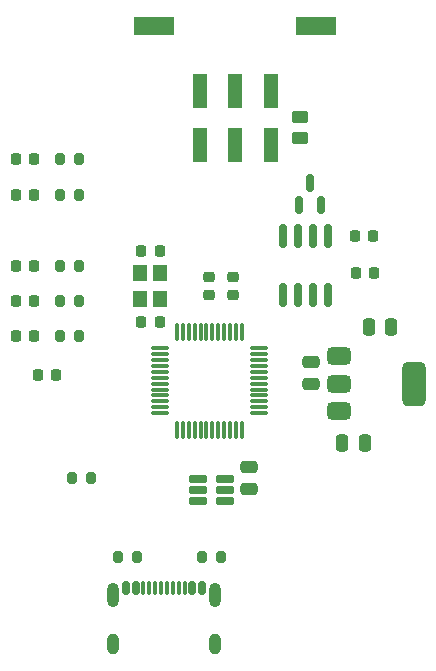
<source format=gbr>
%TF.GenerationSoftware,KiCad,Pcbnew,9.0.0*%
%TF.CreationDate,2025-03-02T18:09:01-08:00*%
%TF.ProjectId,CFS-Bus Adapter R1,4346532d-4275-4732-9041-646170746572,rev?*%
%TF.SameCoordinates,Original*%
%TF.FileFunction,Paste,Top*%
%TF.FilePolarity,Positive*%
%FSLAX46Y46*%
G04 Gerber Fmt 4.6, Leading zero omitted, Abs format (unit mm)*
G04 Created by KiCad (PCBNEW 9.0.0) date 2025-03-02 18:09:01*
%MOMM*%
%LPD*%
G01*
G04 APERTURE LIST*
G04 Aperture macros list*
%AMRoundRect*
0 Rectangle with rounded corners*
0 $1 Rounding radius*
0 $2 $3 $4 $5 $6 $7 $8 $9 X,Y pos of 4 corners*
0 Add a 4 corners polygon primitive as box body*
4,1,4,$2,$3,$4,$5,$6,$7,$8,$9,$2,$3,0*
0 Add four circle primitives for the rounded corners*
1,1,$1+$1,$2,$3*
1,1,$1+$1,$4,$5*
1,1,$1+$1,$6,$7*
1,1,$1+$1,$8,$9*
0 Add four rect primitives between the rounded corners*
20,1,$1+$1,$2,$3,$4,$5,0*
20,1,$1+$1,$4,$5,$6,$7,0*
20,1,$1+$1,$6,$7,$8,$9,0*
20,1,$1+$1,$8,$9,$2,$3,0*%
G04 Aperture macros list end*
%ADD10RoundRect,0.375000X-0.625000X-0.375000X0.625000X-0.375000X0.625000X0.375000X-0.625000X0.375000X0*%
%ADD11RoundRect,0.500000X-0.500000X-1.400000X0.500000X-1.400000X0.500000X1.400000X-0.500000X1.400000X0*%
%ADD12RoundRect,0.250000X0.475000X-0.250000X0.475000X0.250000X-0.475000X0.250000X-0.475000X-0.250000X0*%
%ADD13R,1.270000X2.920000*%
%ADD14R,3.430000X1.650000*%
%ADD15RoundRect,0.250000X0.450000X-0.262500X0.450000X0.262500X-0.450000X0.262500X-0.450000X-0.262500X0*%
%ADD16O,1.000000X1.800000*%
%ADD17O,1.000000X2.100000*%
%ADD18RoundRect,0.150000X-0.150000X-0.425000X0.150000X-0.425000X0.150000X0.425000X-0.150000X0.425000X0*%
%ADD19RoundRect,0.075000X-0.075000X-0.500000X0.075000X-0.500000X0.075000X0.500000X-0.075000X0.500000X0*%
%ADD20RoundRect,0.200000X-0.200000X-0.275000X0.200000X-0.275000X0.200000X0.275000X-0.200000X0.275000X0*%
%ADD21RoundRect,0.200000X0.200000X0.275000X-0.200000X0.275000X-0.200000X-0.275000X0.200000X-0.275000X0*%
%ADD22RoundRect,0.150000X0.150000X-0.825000X0.150000X0.825000X-0.150000X0.825000X-0.150000X-0.825000X0*%
%ADD23RoundRect,0.250000X-0.250000X-0.475000X0.250000X-0.475000X0.250000X0.475000X-0.250000X0.475000X0*%
%ADD24RoundRect,0.225000X0.225000X0.250000X-0.225000X0.250000X-0.225000X-0.250000X0.225000X-0.250000X0*%
%ADD25R,1.200000X1.400000*%
%ADD26RoundRect,0.225000X0.250000X-0.225000X0.250000X0.225000X-0.250000X0.225000X-0.250000X-0.225000X0*%
%ADD27RoundRect,0.150000X0.150000X-0.587500X0.150000X0.587500X-0.150000X0.587500X-0.150000X-0.587500X0*%
%ADD28RoundRect,0.225000X-0.225000X-0.250000X0.225000X-0.250000X0.225000X0.250000X-0.225000X0.250000X0*%
%ADD29RoundRect,0.218750X0.218750X0.256250X-0.218750X0.256250X-0.218750X-0.256250X0.218750X-0.256250X0*%
%ADD30RoundRect,0.150000X-0.650000X-0.150000X0.650000X-0.150000X0.650000X0.150000X-0.650000X0.150000X0*%
%ADD31RoundRect,0.075000X-0.662500X0.075000X-0.662500X-0.075000X0.662500X-0.075000X0.662500X0.075000X0*%
%ADD32RoundRect,0.075000X-0.075000X0.662500X-0.075000X-0.662500X0.075000X-0.662500X0.075000X0.662500X0*%
G04 APERTURE END LIST*
D10*
%TO.C,U5*%
X28850000Y27300000D03*
X28850000Y25000000D03*
D11*
X35150000Y25000000D03*
D10*
X28850000Y22700000D03*
%TD*%
D12*
%TO.C,C11*%
X26400000Y24950000D03*
X26400000Y26850000D03*
%TD*%
D13*
%TO.C,J1*%
X17015000Y49815000D03*
X20015000Y49815000D03*
X23015000Y49815000D03*
X17015000Y45185000D03*
X20015000Y45185000D03*
X23015000Y45185000D03*
D14*
X13130000Y55285000D03*
X26900000Y55285000D03*
%TD*%
D15*
%TO.C,R7*%
X25500000Y45787500D03*
X25500000Y47612500D03*
%TD*%
D16*
%TO.C,X1*%
X18320000Y2925000D03*
D17*
X18320000Y7105000D03*
D16*
X9680000Y2925000D03*
D17*
X9680000Y7105000D03*
D18*
X10800000Y7680000D03*
X11600000Y7680000D03*
D19*
X12250000Y7680000D03*
X13250000Y7680000D03*
X14750000Y7680000D03*
X15750000Y7680000D03*
D18*
X16400000Y7680000D03*
X17200000Y7680000D03*
X17200000Y7680000D03*
X16400000Y7680000D03*
D19*
X15250000Y7680000D03*
X14250000Y7680000D03*
X13750000Y7680000D03*
X12750000Y7680000D03*
D18*
X11600000Y7680000D03*
X10800000Y7680000D03*
%TD*%
D20*
%TO.C,R3*%
X18825000Y10300000D03*
X17175000Y10300000D03*
%TD*%
D21*
%TO.C,R4*%
X10075000Y10300000D03*
X11725000Y10300000D03*
%TD*%
D22*
%TO.C,U3*%
X24095000Y37475000D03*
X25365000Y37475000D03*
X26635000Y37475000D03*
X27905000Y37475000D03*
X27905000Y32525000D03*
X26635000Y32525000D03*
X25365000Y32525000D03*
X24095000Y32525000D03*
%TD*%
D23*
%TO.C,C6*%
X31000000Y20000000D03*
X29100000Y20000000D03*
%TD*%
D20*
%TO.C,R8*%
X6825000Y29000000D03*
X5175000Y29000000D03*
%TD*%
D24*
%TO.C,C1*%
X12062500Y36250000D03*
X13612500Y36250000D03*
%TD*%
D25*
%TO.C,Y1*%
X11987500Y32150000D03*
X11987500Y34350000D03*
X13687500Y34350000D03*
X13687500Y32150000D03*
%TD*%
D26*
%TO.C,C4*%
X19837500Y34025000D03*
X19837500Y32475000D03*
%TD*%
D20*
%TO.C,R6*%
X7825000Y17000000D03*
X6175000Y17000000D03*
%TD*%
D27*
%TO.C,D6*%
X26350000Y42000000D03*
X27300000Y40125000D03*
X25400000Y40125000D03*
%TD*%
D28*
%TO.C,C9*%
X31775000Y34400000D03*
X30225000Y34400000D03*
%TD*%
D29*
%TO.C,D4*%
X1425000Y29000000D03*
X3000000Y29000000D03*
%TD*%
D26*
%TO.C,C5*%
X17837500Y34025000D03*
X17837500Y32475000D03*
%TD*%
D20*
%TO.C,R9*%
X6825000Y32000000D03*
X5175000Y32000000D03*
%TD*%
D24*
%TO.C,C3*%
X3325000Y25700000D03*
X4875000Y25700000D03*
%TD*%
D12*
%TO.C,C10*%
X21200000Y17950000D03*
X21200000Y16050000D03*
%TD*%
D30*
%TO.C,U4*%
X19150000Y16950000D03*
X19150000Y16000000D03*
X19150000Y15050000D03*
X16850000Y15050000D03*
X16850000Y16000000D03*
X16850000Y16950000D03*
%TD*%
D23*
%TO.C,C7*%
X33250000Y29800000D03*
X31350000Y29800000D03*
%TD*%
D29*
%TO.C,D1*%
X1425000Y41000000D03*
X3000000Y41000000D03*
%TD*%
D31*
%TO.C,U1*%
X22000000Y28000000D03*
X22000000Y27500000D03*
X22000000Y27000000D03*
X22000000Y26500000D03*
X22000000Y26000000D03*
X22000000Y25500000D03*
X22000000Y25000000D03*
X22000000Y24500000D03*
X22000000Y24000000D03*
X22000000Y23500000D03*
X22000000Y23000000D03*
X22000000Y22500000D03*
D32*
X20587500Y21087500D03*
X20087500Y21087500D03*
X19587500Y21087500D03*
X19087500Y21087500D03*
X18587500Y21087500D03*
X18087500Y21087500D03*
X17587500Y21087500D03*
X17087500Y21087500D03*
X16587500Y21087500D03*
X16087500Y21087500D03*
X15587500Y21087500D03*
X15087500Y21087500D03*
D31*
X13675000Y22500000D03*
X13675000Y23000000D03*
X13675000Y23500000D03*
X13675000Y24000000D03*
X13675000Y24500000D03*
X13675000Y25000000D03*
X13675000Y25500000D03*
X13675000Y26000000D03*
X13675000Y26500000D03*
X13675000Y27000000D03*
X13675000Y27500000D03*
X13675000Y28000000D03*
D32*
X15087500Y29412500D03*
X15587500Y29412500D03*
X16087500Y29412500D03*
X16587500Y29412500D03*
X17087500Y29412500D03*
X17587500Y29412500D03*
X18087500Y29412500D03*
X18587500Y29412500D03*
X19087500Y29412500D03*
X19587500Y29412500D03*
X20087500Y29412500D03*
X20587500Y29412500D03*
%TD*%
D29*
%TO.C,D3*%
X1425000Y35000000D03*
X3000000Y35000000D03*
%TD*%
D20*
%TO.C,R2*%
X6825000Y44000000D03*
X5175000Y44000000D03*
%TD*%
D29*
%TO.C,D2*%
X1425000Y44000000D03*
X3000000Y44000000D03*
%TD*%
%TO.C,D5*%
X1425000Y32000000D03*
X3000000Y32000000D03*
%TD*%
D20*
%TO.C,R1*%
X6825000Y41000000D03*
X5175000Y41000000D03*
%TD*%
%TO.C,R5*%
X6825000Y35000000D03*
X5175000Y35000000D03*
%TD*%
D28*
%TO.C,C8*%
X31675000Y37500000D03*
X30125000Y37500000D03*
%TD*%
%TO.C,C2*%
X13612500Y30250000D03*
X12062500Y30250000D03*
%TD*%
M02*

</source>
